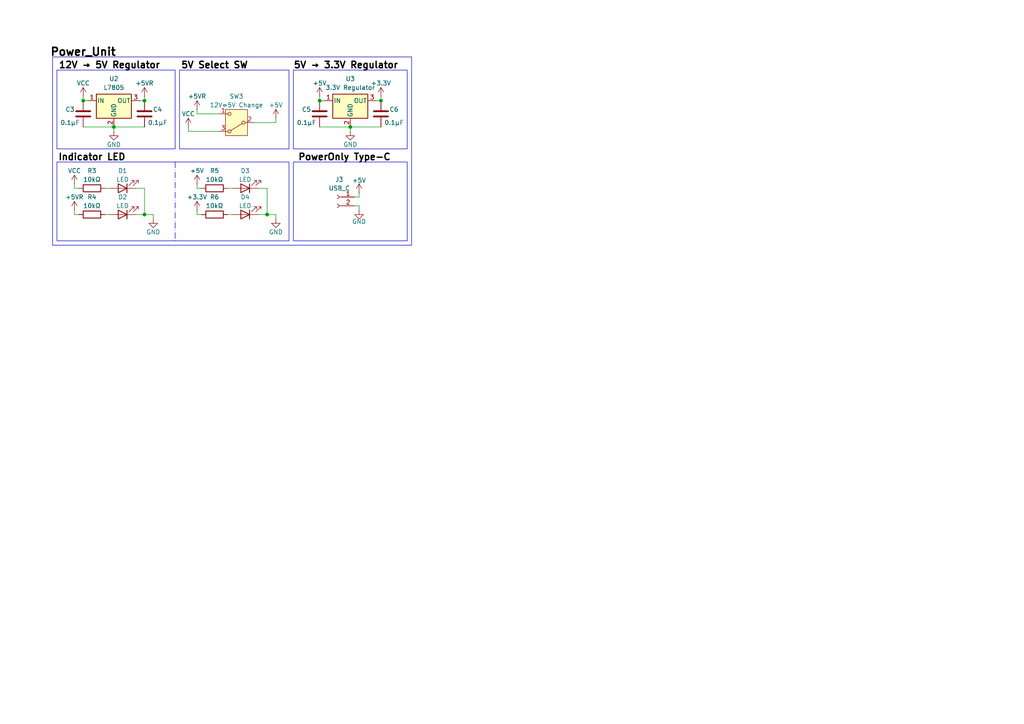
<source format=kicad_sch>
(kicad_sch
	(version 20250114)
	(generator "eeschema")
	(generator_version "9.0")
	(uuid "f6920ea4-bc25-496d-926a-99dbfa002348")
	(paper "A4")
	(lib_symbols
		(symbol "Connector:Conn_01x02_Socket"
			(pin_names
				(offset 1.016)
				(hide yes)
			)
			(exclude_from_sim no)
			(in_bom yes)
			(on_board yes)
			(property "Reference" "J"
				(at 0 2.54 0)
				(effects
					(font
						(size 1.27 1.27)
					)
				)
			)
			(property "Value" "Conn_01x02_Socket"
				(at 0 -5.08 0)
				(effects
					(font
						(size 1.27 1.27)
					)
				)
			)
			(property "Footprint" ""
				(at 0 0 0)
				(effects
					(font
						(size 1.27 1.27)
					)
					(hide yes)
				)
			)
			(property "Datasheet" "~"
				(at 0 0 0)
				(effects
					(font
						(size 1.27 1.27)
					)
					(hide yes)
				)
			)
			(property "Description" "Generic connector, single row, 01x02, script generated"
				(at 0 0 0)
				(effects
					(font
						(size 1.27 1.27)
					)
					(hide yes)
				)
			)
			(property "ki_locked" ""
				(at 0 0 0)
				(effects
					(font
						(size 1.27 1.27)
					)
				)
			)
			(property "ki_keywords" "connector"
				(at 0 0 0)
				(effects
					(font
						(size 1.27 1.27)
					)
					(hide yes)
				)
			)
			(property "ki_fp_filters" "Connector*:*_1x??_*"
				(at 0 0 0)
				(effects
					(font
						(size 1.27 1.27)
					)
					(hide yes)
				)
			)
			(symbol "Conn_01x02_Socket_1_1"
				(polyline
					(pts
						(xy -1.27 0) (xy -0.508 0)
					)
					(stroke
						(width 0.1524)
						(type default)
					)
					(fill
						(type none)
					)
				)
				(polyline
					(pts
						(xy -1.27 -2.54) (xy -0.508 -2.54)
					)
					(stroke
						(width 0.1524)
						(type default)
					)
					(fill
						(type none)
					)
				)
				(arc
					(start 0 -0.508)
					(mid -0.5058 0)
					(end 0 0.508)
					(stroke
						(width 0.1524)
						(type default)
					)
					(fill
						(type none)
					)
				)
				(arc
					(start 0 -3.048)
					(mid -0.5058 -2.54)
					(end 0 -2.032)
					(stroke
						(width 0.1524)
						(type default)
					)
					(fill
						(type none)
					)
				)
				(pin passive line
					(at -5.08 0 0)
					(length 3.81)
					(name "Pin_1"
						(effects
							(font
								(size 1.27 1.27)
							)
						)
					)
					(number "1"
						(effects
							(font
								(size 1.27 1.27)
							)
						)
					)
				)
				(pin passive line
					(at -5.08 -2.54 0)
					(length 3.81)
					(name "Pin_2"
						(effects
							(font
								(size 1.27 1.27)
							)
						)
					)
					(number "2"
						(effects
							(font
								(size 1.27 1.27)
							)
						)
					)
				)
			)
			(embedded_fonts no)
		)
		(symbol "Device:C"
			(pin_numbers
				(hide yes)
			)
			(pin_names
				(offset 0.254)
			)
			(exclude_from_sim no)
			(in_bom yes)
			(on_board yes)
			(property "Reference" "C"
				(at 0.635 2.54 0)
				(effects
					(font
						(size 1.27 1.27)
					)
					(justify left)
				)
			)
			(property "Value" "C"
				(at 0.635 -2.54 0)
				(effects
					(font
						(size 1.27 1.27)
					)
					(justify left)
				)
			)
			(property "Footprint" ""
				(at 0.9652 -3.81 0)
				(effects
					(font
						(size 1.27 1.27)
					)
					(hide yes)
				)
			)
			(property "Datasheet" "~"
				(at 0 0 0)
				(effects
					(font
						(size 1.27 1.27)
					)
					(hide yes)
				)
			)
			(property "Description" "Unpolarized capacitor"
				(at 0 0 0)
				(effects
					(font
						(size 1.27 1.27)
					)
					(hide yes)
				)
			)
			(property "ki_keywords" "cap capacitor"
				(at 0 0 0)
				(effects
					(font
						(size 1.27 1.27)
					)
					(hide yes)
				)
			)
			(property "ki_fp_filters" "C_*"
				(at 0 0 0)
				(effects
					(font
						(size 1.27 1.27)
					)
					(hide yes)
				)
			)
			(symbol "C_0_1"
				(polyline
					(pts
						(xy -2.032 0.762) (xy 2.032 0.762)
					)
					(stroke
						(width 0.508)
						(type default)
					)
					(fill
						(type none)
					)
				)
				(polyline
					(pts
						(xy -2.032 -0.762) (xy 2.032 -0.762)
					)
					(stroke
						(width 0.508)
						(type default)
					)
					(fill
						(type none)
					)
				)
			)
			(symbol "C_1_1"
				(pin passive line
					(at 0 3.81 270)
					(length 2.794)
					(name "~"
						(effects
							(font
								(size 1.27 1.27)
							)
						)
					)
					(number "1"
						(effects
							(font
								(size 1.27 1.27)
							)
						)
					)
				)
				(pin passive line
					(at 0 -3.81 90)
					(length 2.794)
					(name "~"
						(effects
							(font
								(size 1.27 1.27)
							)
						)
					)
					(number "2"
						(effects
							(font
								(size 1.27 1.27)
							)
						)
					)
				)
			)
			(embedded_fonts no)
		)
		(symbol "Device:LED"
			(pin_numbers
				(hide yes)
			)
			(pin_names
				(offset 1.016)
				(hide yes)
			)
			(exclude_from_sim no)
			(in_bom yes)
			(on_board yes)
			(property "Reference" "D"
				(at 0 2.54 0)
				(effects
					(font
						(size 1.27 1.27)
					)
				)
			)
			(property "Value" "LED"
				(at 0 -2.54 0)
				(effects
					(font
						(size 1.27 1.27)
					)
				)
			)
			(property "Footprint" ""
				(at 0 0 0)
				(effects
					(font
						(size 1.27 1.27)
					)
					(hide yes)
				)
			)
			(property "Datasheet" "~"
				(at 0 0 0)
				(effects
					(font
						(size 1.27 1.27)
					)
					(hide yes)
				)
			)
			(property "Description" "Light emitting diode"
				(at 0 0 0)
				(effects
					(font
						(size 1.27 1.27)
					)
					(hide yes)
				)
			)
			(property "Sim.Pins" "1=K 2=A"
				(at 0 0 0)
				(effects
					(font
						(size 1.27 1.27)
					)
					(hide yes)
				)
			)
			(property "ki_keywords" "LED diode"
				(at 0 0 0)
				(effects
					(font
						(size 1.27 1.27)
					)
					(hide yes)
				)
			)
			(property "ki_fp_filters" "LED* LED_SMD:* LED_THT:*"
				(at 0 0 0)
				(effects
					(font
						(size 1.27 1.27)
					)
					(hide yes)
				)
			)
			(symbol "LED_0_1"
				(polyline
					(pts
						(xy -3.048 -0.762) (xy -4.572 -2.286) (xy -3.81 -2.286) (xy -4.572 -2.286) (xy -4.572 -1.524)
					)
					(stroke
						(width 0)
						(type default)
					)
					(fill
						(type none)
					)
				)
				(polyline
					(pts
						(xy -1.778 -0.762) (xy -3.302 -2.286) (xy -2.54 -2.286) (xy -3.302 -2.286) (xy -3.302 -1.524)
					)
					(stroke
						(width 0)
						(type default)
					)
					(fill
						(type none)
					)
				)
				(polyline
					(pts
						(xy -1.27 0) (xy 1.27 0)
					)
					(stroke
						(width 0)
						(type default)
					)
					(fill
						(type none)
					)
				)
				(polyline
					(pts
						(xy -1.27 -1.27) (xy -1.27 1.27)
					)
					(stroke
						(width 0.254)
						(type default)
					)
					(fill
						(type none)
					)
				)
				(polyline
					(pts
						(xy 1.27 -1.27) (xy 1.27 1.27) (xy -1.27 0) (xy 1.27 -1.27)
					)
					(stroke
						(width 0.254)
						(type default)
					)
					(fill
						(type none)
					)
				)
			)
			(symbol "LED_1_1"
				(pin passive line
					(at -3.81 0 0)
					(length 2.54)
					(name "K"
						(effects
							(font
								(size 1.27 1.27)
							)
						)
					)
					(number "1"
						(effects
							(font
								(size 1.27 1.27)
							)
						)
					)
				)
				(pin passive line
					(at 3.81 0 180)
					(length 2.54)
					(name "A"
						(effects
							(font
								(size 1.27 1.27)
							)
						)
					)
					(number "2"
						(effects
							(font
								(size 1.27 1.27)
							)
						)
					)
				)
			)
			(embedded_fonts no)
		)
		(symbol "Device:R"
			(pin_numbers
				(hide yes)
			)
			(pin_names
				(offset 0)
			)
			(exclude_from_sim no)
			(in_bom yes)
			(on_board yes)
			(property "Reference" "R"
				(at 2.032 0 90)
				(effects
					(font
						(size 1.27 1.27)
					)
				)
			)
			(property "Value" "R"
				(at 0 0 90)
				(effects
					(font
						(size 1.27 1.27)
					)
				)
			)
			(property "Footprint" ""
				(at -1.778 0 90)
				(effects
					(font
						(size 1.27 1.27)
					)
					(hide yes)
				)
			)
			(property "Datasheet" "~"
				(at 0 0 0)
				(effects
					(font
						(size 1.27 1.27)
					)
					(hide yes)
				)
			)
			(property "Description" "Resistor"
				(at 0 0 0)
				(effects
					(font
						(size 1.27 1.27)
					)
					(hide yes)
				)
			)
			(property "ki_keywords" "R res resistor"
				(at 0 0 0)
				(effects
					(font
						(size 1.27 1.27)
					)
					(hide yes)
				)
			)
			(property "ki_fp_filters" "R_*"
				(at 0 0 0)
				(effects
					(font
						(size 1.27 1.27)
					)
					(hide yes)
				)
			)
			(symbol "R_0_1"
				(rectangle
					(start -1.016 -2.54)
					(end 1.016 2.54)
					(stroke
						(width 0.254)
						(type default)
					)
					(fill
						(type none)
					)
				)
			)
			(symbol "R_1_1"
				(pin passive line
					(at 0 3.81 270)
					(length 1.27)
					(name "~"
						(effects
							(font
								(size 1.27 1.27)
							)
						)
					)
					(number "1"
						(effects
							(font
								(size 1.27 1.27)
							)
						)
					)
				)
				(pin passive line
					(at 0 -3.81 90)
					(length 1.27)
					(name "~"
						(effects
							(font
								(size 1.27 1.27)
							)
						)
					)
					(number "2"
						(effects
							(font
								(size 1.27 1.27)
							)
						)
					)
				)
			)
			(embedded_fonts no)
		)
		(symbol "Regulator_Linear:L7805"
			(pin_names
				(offset 0.254)
			)
			(exclude_from_sim no)
			(in_bom yes)
			(on_board yes)
			(property "Reference" "U"
				(at -3.81 3.175 0)
				(effects
					(font
						(size 1.27 1.27)
					)
				)
			)
			(property "Value" "L7805"
				(at 0 3.175 0)
				(effects
					(font
						(size 1.27 1.27)
					)
					(justify left)
				)
			)
			(property "Footprint" ""
				(at 0.635 -3.81 0)
				(effects
					(font
						(size 1.27 1.27)
						(italic yes)
					)
					(justify left)
					(hide yes)
				)
			)
			(property "Datasheet" "http://www.st.com/content/ccc/resource/technical/document/datasheet/41/4f/b3/b0/12/d4/47/88/CD00000444.pdf/files/CD00000444.pdf/jcr:content/translations/en.CD00000444.pdf"
				(at 0 -1.27 0)
				(effects
					(font
						(size 1.27 1.27)
					)
					(hide yes)
				)
			)
			(property "Description" "Positive 1.5A 35V Linear Regulator, Fixed Output 5V, TO-220/TO-263/TO-252"
				(at 0 0 0)
				(effects
					(font
						(size 1.27 1.27)
					)
					(hide yes)
				)
			)
			(property "ki_keywords" "Voltage Regulator 1.5A Positive"
				(at 0 0 0)
				(effects
					(font
						(size 1.27 1.27)
					)
					(hide yes)
				)
			)
			(property "ki_fp_filters" "TO?252* TO?263* TO?220*"
				(at 0 0 0)
				(effects
					(font
						(size 1.27 1.27)
					)
					(hide yes)
				)
			)
			(symbol "L7805_0_1"
				(rectangle
					(start -5.08 1.905)
					(end 5.08 -5.08)
					(stroke
						(width 0.254)
						(type default)
					)
					(fill
						(type background)
					)
				)
			)
			(symbol "L7805_1_1"
				(pin power_in line
					(at -7.62 0 0)
					(length 2.54)
					(name "IN"
						(effects
							(font
								(size 1.27 1.27)
							)
						)
					)
					(number "1"
						(effects
							(font
								(size 1.27 1.27)
							)
						)
					)
				)
				(pin power_in line
					(at 0 -7.62 90)
					(length 2.54)
					(name "GND"
						(effects
							(font
								(size 1.27 1.27)
							)
						)
					)
					(number "2"
						(effects
							(font
								(size 1.27 1.27)
							)
						)
					)
				)
				(pin power_out line
					(at 7.62 0 180)
					(length 2.54)
					(name "OUT"
						(effects
							(font
								(size 1.27 1.27)
							)
						)
					)
					(number "3"
						(effects
							(font
								(size 1.27 1.27)
							)
						)
					)
				)
			)
			(embedded_fonts no)
		)
		(symbol "Switch:SW_Nidec_CAS-120A1"
			(pin_names
				(offset 1)
				(hide yes)
			)
			(exclude_from_sim no)
			(in_bom yes)
			(on_board yes)
			(property "Reference" "SW"
				(at 0 4.318 0)
				(effects
					(font
						(size 1.27 1.27)
					)
				)
			)
			(property "Value" "SW_Nidec_CAS-120A1"
				(at 0 -5.08 0)
				(effects
					(font
						(size 1.27 1.27)
					)
				)
			)
			(property "Footprint" "Button_Switch_SMD:Nidec_Copal_CAS-120A"
				(at 0 -10.16 0)
				(effects
					(font
						(size 1.27 1.27)
					)
					(hide yes)
				)
			)
			(property "Datasheet" "https://www.nidec-components.com/e/catalog/switch/cas.pdf"
				(at 0 -7.62 0)
				(effects
					(font
						(size 1.27 1.27)
					)
					(hide yes)
				)
			)
			(property "Description" "Switch, single pole double throw"
				(at 0 0 0)
				(effects
					(font
						(size 1.27 1.27)
					)
					(hide yes)
				)
			)
			(property "ki_keywords" "switch single-pole double-throw spdt ON-ON"
				(at 0 0 0)
				(effects
					(font
						(size 1.27 1.27)
					)
					(hide yes)
				)
			)
			(property "ki_fp_filters" "*Nidec?Copal?CAS?120A*"
				(at 0 0 0)
				(effects
					(font
						(size 1.27 1.27)
					)
					(hide yes)
				)
			)
			(symbol "SW_Nidec_CAS-120A1_0_1"
				(circle
					(center -2.032 0)
					(radius 0.4572)
					(stroke
						(width 0)
						(type default)
					)
					(fill
						(type none)
					)
				)
				(polyline
					(pts
						(xy -1.651 0.254) (xy 1.651 2.286)
					)
					(stroke
						(width 0)
						(type default)
					)
					(fill
						(type none)
					)
				)
				(circle
					(center 2.032 2.54)
					(radius 0.4572)
					(stroke
						(width 0)
						(type default)
					)
					(fill
						(type none)
					)
				)
				(circle
					(center 2.032 -2.54)
					(radius 0.4572)
					(stroke
						(width 0)
						(type default)
					)
					(fill
						(type none)
					)
				)
			)
			(symbol "SW_Nidec_CAS-120A1_1_1"
				(rectangle
					(start -3.175 3.81)
					(end 3.175 -3.81)
					(stroke
						(width 0)
						(type default)
					)
					(fill
						(type background)
					)
				)
				(pin passive line
					(at -5.08 0 0)
					(length 2.54)
					(name "B"
						(effects
							(font
								(size 1.27 1.27)
							)
						)
					)
					(number "2"
						(effects
							(font
								(size 1.27 1.27)
							)
						)
					)
				)
				(pin passive line
					(at 5.08 2.54 180)
					(length 2.54)
					(name "A"
						(effects
							(font
								(size 1.27 1.27)
							)
						)
					)
					(number "3"
						(effects
							(font
								(size 1.27 1.27)
							)
						)
					)
				)
				(pin passive line
					(at 5.08 -2.54 180)
					(length 2.54)
					(name "C"
						(effects
							(font
								(size 1.27 1.27)
							)
						)
					)
					(number "1"
						(effects
							(font
								(size 1.27 1.27)
							)
						)
					)
				)
			)
			(embedded_fonts no)
		)
		(symbol "power:+5V"
			(power)
			(pin_numbers
				(hide yes)
			)
			(pin_names
				(offset 0)
				(hide yes)
			)
			(exclude_from_sim no)
			(in_bom yes)
			(on_board yes)
			(property "Reference" "#PWR"
				(at 0 -3.81 0)
				(effects
					(font
						(size 1.27 1.27)
					)
					(hide yes)
				)
			)
			(property "Value" "+5V"
				(at 0 3.556 0)
				(effects
					(font
						(size 1.27 1.27)
					)
				)
			)
			(property "Footprint" ""
				(at 0 0 0)
				(effects
					(font
						(size 1.27 1.27)
					)
					(hide yes)
				)
			)
			(property "Datasheet" ""
				(at 0 0 0)
				(effects
					(font
						(size 1.27 1.27)
					)
					(hide yes)
				)
			)
			(property "Description" "Power symbol creates a global label with name \"+5V\""
				(at 0 0 0)
				(effects
					(font
						(size 1.27 1.27)
					)
					(hide yes)
				)
			)
			(property "ki_keywords" "global power"
				(at 0 0 0)
				(effects
					(font
						(size 1.27 1.27)
					)
					(hide yes)
				)
			)
			(symbol "+5V_0_1"
				(polyline
					(pts
						(xy -0.762 1.27) (xy 0 2.54)
					)
					(stroke
						(width 0)
						(type default)
					)
					(fill
						(type none)
					)
				)
				(polyline
					(pts
						(xy 0 2.54) (xy 0.762 1.27)
					)
					(stroke
						(width 0)
						(type default)
					)
					(fill
						(type none)
					)
				)
				(polyline
					(pts
						(xy 0 0) (xy 0 2.54)
					)
					(stroke
						(width 0)
						(type default)
					)
					(fill
						(type none)
					)
				)
			)
			(symbol "+5V_1_1"
				(pin power_in line
					(at 0 0 90)
					(length 0)
					(name "~"
						(effects
							(font
								(size 1.27 1.27)
							)
						)
					)
					(number "1"
						(effects
							(font
								(size 1.27 1.27)
							)
						)
					)
				)
			)
			(embedded_fonts no)
		)
		(symbol "power:GND"
			(power)
			(pin_numbers
				(hide yes)
			)
			(pin_names
				(offset 0)
				(hide yes)
			)
			(exclude_from_sim no)
			(in_bom yes)
			(on_board yes)
			(property "Reference" "#PWR"
				(at 0 -6.35 0)
				(effects
					(font
						(size 1.27 1.27)
					)
					(hide yes)
				)
			)
			(property "Value" "GND"
				(at 0 -3.81 0)
				(effects
					(font
						(size 1.27 1.27)
					)
				)
			)
			(property "Footprint" ""
				(at 0 0 0)
				(effects
					(font
						(size 1.27 1.27)
					)
					(hide yes)
				)
			)
			(property "Datasheet" ""
				(at 0 0 0)
				(effects
					(font
						(size 1.27 1.27)
					)
					(hide yes)
				)
			)
			(property "Description" "Power symbol creates a global label with name \"GND\" , ground"
				(at 0 0 0)
				(effects
					(font
						(size 1.27 1.27)
					)
					(hide yes)
				)
			)
			(property "ki_keywords" "global power"
				(at 0 0 0)
				(effects
					(font
						(size 1.27 1.27)
					)
					(hide yes)
				)
			)
			(symbol "GND_0_1"
				(polyline
					(pts
						(xy 0 0) (xy 0 -1.27) (xy 1.27 -1.27) (xy 0 -2.54) (xy -1.27 -1.27) (xy 0 -1.27)
					)
					(stroke
						(width 0)
						(type default)
					)
					(fill
						(type none)
					)
				)
			)
			(symbol "GND_1_1"
				(pin power_in line
					(at 0 0 270)
					(length 0)
					(name "~"
						(effects
							(font
								(size 1.27 1.27)
							)
						)
					)
					(number "1"
						(effects
							(font
								(size 1.27 1.27)
							)
						)
					)
				)
			)
			(embedded_fonts no)
		)
		(symbol "power:VCC"
			(power)
			(pin_numbers
				(hide yes)
			)
			(pin_names
				(offset 0)
				(hide yes)
			)
			(exclude_from_sim no)
			(in_bom yes)
			(on_board yes)
			(property "Reference" "#PWR"
				(at 0 -3.81 0)
				(effects
					(font
						(size 1.27 1.27)
					)
					(hide yes)
				)
			)
			(property "Value" "VCC"
				(at 0 3.556 0)
				(effects
					(font
						(size 1.27 1.27)
					)
				)
			)
			(property "Footprint" ""
				(at 0 0 0)
				(effects
					(font
						(size 1.27 1.27)
					)
					(hide yes)
				)
			)
			(property "Datasheet" ""
				(at 0 0 0)
				(effects
					(font
						(size 1.27 1.27)
					)
					(hide yes)
				)
			)
			(property "Description" "Power symbol creates a global label with name \"VCC\""
				(at 0 0 0)
				(effects
					(font
						(size 1.27 1.27)
					)
					(hide yes)
				)
			)
			(property "ki_keywords" "global power"
				(at 0 0 0)
				(effects
					(font
						(size 1.27 1.27)
					)
					(hide yes)
				)
			)
			(symbol "VCC_0_1"
				(polyline
					(pts
						(xy -0.762 1.27) (xy 0 2.54)
					)
					(stroke
						(width 0)
						(type default)
					)
					(fill
						(type none)
					)
				)
				(polyline
					(pts
						(xy 0 2.54) (xy 0.762 1.27)
					)
					(stroke
						(width 0)
						(type default)
					)
					(fill
						(type none)
					)
				)
				(polyline
					(pts
						(xy 0 0) (xy 0 2.54)
					)
					(stroke
						(width 0)
						(type default)
					)
					(fill
						(type none)
					)
				)
			)
			(symbol "VCC_1_1"
				(pin power_in line
					(at 0 0 90)
					(length 0)
					(name "~"
						(effects
							(font
								(size 1.27 1.27)
							)
						)
					)
					(number "1"
						(effects
							(font
								(size 1.27 1.27)
							)
						)
					)
				)
			)
			(embedded_fonts no)
		)
	)
	(rectangle
		(start 16.51 46.99)
		(end 83.82 69.85)
		(stroke
			(width 0)
			(type default)
		)
		(fill
			(type none)
		)
		(uuid 0f6ad740-b664-470a-9f3d-9b7b4d44b1d4)
	)
	(rectangle
		(start 15.24 16.51)
		(end 119.38 71.12)
		(stroke
			(width 0)
			(type default)
		)
		(fill
			(type none)
		)
		(uuid 4a298f81-25a0-4bd9-94ce-e1b1e9a3167a)
	)
	(rectangle
		(start 52.07 20.32)
		(end 83.82 43.18)
		(stroke
			(width 0)
			(type default)
		)
		(fill
			(type none)
		)
		(uuid 56289022-aabf-4321-ac08-9c3a33d7b88f)
	)
	(rectangle
		(start 85.09 46.99)
		(end 118.11 69.85)
		(stroke
			(width 0)
			(type default)
		)
		(fill
			(type none)
		)
		(uuid 64dc9ab5-834f-4a8b-bec6-66aed69db1d5)
	)
	(rectangle
		(start 16.51 20.32)
		(end 50.8 43.18)
		(stroke
			(width 0)
			(type default)
		)
		(fill
			(type none)
		)
		(uuid 90f61566-4596-4fb3-bca2-f7083916a045)
	)
	(rectangle
		(start 85.09 20.32)
		(end 118.11 43.18)
		(stroke
			(width 0)
			(type default)
		)
		(fill
			(type none)
		)
		(uuid acd24fba-d616-4315-9fba-da86934817fd)
	)
	(text "Indicator LED"
		(exclude_from_sim no)
		(at 26.67 45.72 0)
		(effects
			(font
				(size 1.905 1.905)
				(thickness 0.381)
				(bold yes)
				(color 0 0 0 1)
			)
		)
		(uuid "1c70ceab-aa42-4cc2-a4a8-1db724edacd5")
	)
	(text "PowerOnly Type-C"
		(exclude_from_sim no)
		(at 86.36 45.72 0)
		(effects
			(font
				(size 1.905 1.905)
				(thickness 0.381)
				(bold yes)
				(color 0 0 0 1)
			)
			(justify left)
		)
		(uuid "1f488057-eba0-4647-9e38-21f92c2ad65f")
	)
	(text "5V Select SW"
		(exclude_from_sim no)
		(at 62.23 19.05 0)
		(effects
			(font
				(size 1.905 1.905)
				(thickness 0.381)
				(bold yes)
				(color 0 0 0 1)
			)
		)
		(uuid "3f74c9b6-0537-43d2-9dcb-f9cd5a29af8a")
	)
	(text "5V → 3.3V Regulator"
		(exclude_from_sim no)
		(at 100.33 19.05 0)
		(effects
			(font
				(size 1.905 1.905)
				(thickness 0.381)
				(bold yes)
				(color 0 0 0 1)
			)
		)
		(uuid "82ab9da4-3305-4575-b63f-e13724a345c1")
	)
	(text "12V → 5V Regulator"
		(exclude_from_sim no)
		(at 31.75 19.05 0)
		(effects
			(font
				(size 1.905 1.905)
				(thickness 0.381)
				(bold yes)
				(color 0 0 0 1)
			)
		)
		(uuid "d03b027f-6564-4178-b168-857936a980fb")
	)
	(text "Power_Unit"
		(exclude_from_sim no)
		(at 24.13 15.24 0)
		(effects
			(font
				(size 2.286 2.286)
				(thickness 0.4572)
				(bold yes)
				(color 0 0 0 1)
			)
		)
		(uuid "e5fd6018-1213-48e2-8ab1-73801a48ff27")
	)
	(junction
		(at 33.02 36.83)
		(diameter 0)
		(color 0 0 0 0)
		(uuid "094aec0c-ae49-4e9b-a8c0-6bf17f5181e0")
	)
	(junction
		(at 41.91 62.23)
		(diameter 0)
		(color 0 0 0 0)
		(uuid "1187a534-d31d-40ab-8fb1-0cf892025ff8")
	)
	(junction
		(at 92.71 29.21)
		(diameter 0)
		(color 0 0 0 0)
		(uuid "3149d2d0-bf8d-48af-aabf-e5b4ae88bde4")
	)
	(junction
		(at 77.47 62.23)
		(diameter 0)
		(color 0 0 0 0)
		(uuid "36d07ecd-b6db-4dfa-a169-b002091ee6cf")
	)
	(junction
		(at 41.91 29.21)
		(diameter 0)
		(color 0 0 0 0)
		(uuid "acaa3a70-f93b-4c04-bd3a-9eb09de85dc7")
	)
	(junction
		(at 110.49 29.21)
		(diameter 0)
		(color 0 0 0 0)
		(uuid "c0908ace-2379-49b2-9d1b-06c8aa762f5a")
	)
	(junction
		(at 24.13 29.21)
		(diameter 0)
		(color 0 0 0 0)
		(uuid "cbcfef5f-92bc-4d49-b569-dd58c52ea7a6")
	)
	(junction
		(at 101.6 36.83)
		(diameter 0)
		(color 0 0 0 0)
		(uuid "ded8d421-436e-4a65-bbe8-107d9066600f")
	)
	(wire
		(pts
			(xy 33.02 36.83) (xy 41.91 36.83)
		)
		(stroke
			(width 0)
			(type default)
		)
		(uuid "074674cd-a6d7-4609-94cc-9f3564034a7d")
	)
	(wire
		(pts
			(xy 74.93 54.61) (xy 77.47 54.61)
		)
		(stroke
			(width 0)
			(type default)
		)
		(uuid "0c2edf49-bd77-45e5-bc67-e25998bdf838")
	)
	(wire
		(pts
			(xy 24.13 27.94) (xy 24.13 29.21)
		)
		(stroke
			(width 0)
			(type default)
		)
		(uuid "1a520567-f239-466a-bdce-cf7a2027d906")
	)
	(wire
		(pts
			(xy 57.15 54.61) (xy 58.42 54.61)
		)
		(stroke
			(width 0)
			(type default)
		)
		(uuid "255dd786-89ad-4613-a25e-876a91581ba1")
	)
	(wire
		(pts
			(xy 41.91 54.61) (xy 41.91 62.23)
		)
		(stroke
			(width 0)
			(type default)
		)
		(uuid "2806dd82-fe6d-4480-9428-5ec51305901c")
	)
	(wire
		(pts
			(xy 30.48 62.23) (xy 31.75 62.23)
		)
		(stroke
			(width 0)
			(type default)
		)
		(uuid "2aa51a2c-de75-4056-b40d-1d74fb533260")
	)
	(wire
		(pts
			(xy 92.71 27.94) (xy 92.71 29.21)
		)
		(stroke
			(width 0)
			(type default)
		)
		(uuid "37b9da59-c858-4d3a-9b56-9abe0fc98b8e")
	)
	(wire
		(pts
			(xy 57.15 33.02) (xy 57.15 31.75)
		)
		(stroke
			(width 0)
			(type default)
		)
		(uuid "3899edf2-5622-4b80-ac15-b28685cb3203")
	)
	(wire
		(pts
			(xy 104.14 55.88) (xy 104.14 57.15)
		)
		(stroke
			(width 0)
			(type default)
		)
		(uuid "3993d1d1-be0b-4b8a-9164-f5121824d699")
	)
	(wire
		(pts
			(xy 41.91 29.21) (xy 40.64 29.21)
		)
		(stroke
			(width 0)
			(type default)
		)
		(uuid "39bdd202-5424-4301-aecc-01bca1565ed6")
	)
	(wire
		(pts
			(xy 104.14 59.69) (xy 102.87 59.69)
		)
		(stroke
			(width 0)
			(type default)
		)
		(uuid "3afc83ee-d190-42b5-8c25-5bddcd059ab6")
	)
	(wire
		(pts
			(xy 104.14 57.15) (xy 102.87 57.15)
		)
		(stroke
			(width 0)
			(type default)
		)
		(uuid "4d703c06-8d60-4c31-869d-58565db7f194")
	)
	(wire
		(pts
			(xy 24.13 36.83) (xy 33.02 36.83)
		)
		(stroke
			(width 0)
			(type default)
		)
		(uuid "52f1e850-e027-4708-b9a3-0f17fbc0145c")
	)
	(wire
		(pts
			(xy 21.59 54.61) (xy 22.86 54.61)
		)
		(stroke
			(width 0)
			(type default)
		)
		(uuid "54194244-699d-4fa7-9b53-dacf3b469d95")
	)
	(wire
		(pts
			(xy 104.14 60.96) (xy 104.14 59.69)
		)
		(stroke
			(width 0)
			(type default)
		)
		(uuid "56949aeb-216d-45d1-af2d-4c4fd7f35932")
	)
	(wire
		(pts
			(xy 21.59 53.34) (xy 21.59 54.61)
		)
		(stroke
			(width 0)
			(type default)
		)
		(uuid "5d35892a-9ff7-4ac6-9f80-1118bdfafab0")
	)
	(wire
		(pts
			(xy 21.59 62.23) (xy 22.86 62.23)
		)
		(stroke
			(width 0)
			(type default)
		)
		(uuid "6aa8a267-a50d-4c25-9e2a-162b20750d33")
	)
	(wire
		(pts
			(xy 92.71 29.21) (xy 93.98 29.21)
		)
		(stroke
			(width 0)
			(type default)
		)
		(uuid "6e385a9d-cf57-44f7-9b80-9ab5b090c01b")
	)
	(wire
		(pts
			(xy 41.91 62.23) (xy 39.37 62.23)
		)
		(stroke
			(width 0)
			(type default)
		)
		(uuid "71b87bc6-3328-4cfb-a8c3-e332689a44d6")
	)
	(wire
		(pts
			(xy 54.61 36.83) (xy 54.61 38.1)
		)
		(stroke
			(width 0)
			(type default)
		)
		(uuid "777a0c4c-72ae-41a1-b965-24b313a75810")
	)
	(wire
		(pts
			(xy 57.15 60.96) (xy 57.15 62.23)
		)
		(stroke
			(width 0)
			(type default)
		)
		(uuid "7a33f4a1-2e85-46e8-a8ed-7ea26b305cf3")
	)
	(wire
		(pts
			(xy 110.49 27.94) (xy 110.49 29.21)
		)
		(stroke
			(width 0)
			(type default)
		)
		(uuid "7edfbc47-3131-4d7a-9c7c-b6d0b1a844e4")
	)
	(wire
		(pts
			(xy 21.59 60.96) (xy 21.59 62.23)
		)
		(stroke
			(width 0)
			(type default)
		)
		(uuid "7ee17d08-476a-491b-9336-b305895f28fe")
	)
	(wire
		(pts
			(xy 101.6 36.83) (xy 101.6 38.1)
		)
		(stroke
			(width 0)
			(type default)
		)
		(uuid "937ab90d-5e87-4463-aa73-8d1ae2fe2028")
	)
	(wire
		(pts
			(xy 41.91 27.94) (xy 41.91 29.21)
		)
		(stroke
			(width 0)
			(type default)
		)
		(uuid "93c69227-1065-44a8-b75a-652b72e55913")
	)
	(wire
		(pts
			(xy 24.13 29.21) (xy 25.4 29.21)
		)
		(stroke
			(width 0)
			(type default)
		)
		(uuid "94961752-1ed3-4bcd-9bea-4ea8d75f0434")
	)
	(wire
		(pts
			(xy 30.48 54.61) (xy 31.75 54.61)
		)
		(stroke
			(width 0)
			(type default)
		)
		(uuid "a39cdf9d-ab21-4ad4-a399-6076aba7dc38")
	)
	(wire
		(pts
			(xy 77.47 54.61) (xy 77.47 62.23)
		)
		(stroke
			(width 0)
			(type default)
		)
		(uuid "a4e6b565-a6d6-4a4c-bbbe-b01ee1e84395")
	)
	(wire
		(pts
			(xy 44.45 62.23) (xy 44.45 63.5)
		)
		(stroke
			(width 0)
			(type default)
		)
		(uuid "a6de0e77-dbe7-4491-86ff-4dc77ad350ad")
	)
	(wire
		(pts
			(xy 66.04 54.61) (xy 67.31 54.61)
		)
		(stroke
			(width 0)
			(type default)
		)
		(uuid "a9ac1cf0-41fc-4b55-bb8a-aee10b43f055")
	)
	(wire
		(pts
			(xy 57.15 53.34) (xy 57.15 54.61)
		)
		(stroke
			(width 0)
			(type default)
		)
		(uuid "afbc8d6e-bdcb-4872-a2dc-4c110c8737bf")
	)
	(wire
		(pts
			(xy 80.01 35.56) (xy 73.66 35.56)
		)
		(stroke
			(width 0)
			(type default)
		)
		(uuid "b479eafb-6a13-47b5-b346-ba077d805851")
	)
	(wire
		(pts
			(xy 77.47 62.23) (xy 74.93 62.23)
		)
		(stroke
			(width 0)
			(type default)
		)
		(uuid "b76016e6-9544-471a-aecf-b04a5bd12ad3")
	)
	(wire
		(pts
			(xy 66.04 62.23) (xy 67.31 62.23)
		)
		(stroke
			(width 0)
			(type default)
		)
		(uuid "c27545a3-a558-47c0-989d-ec9e5d595eae")
	)
	(wire
		(pts
			(xy 110.49 29.21) (xy 109.22 29.21)
		)
		(stroke
			(width 0)
			(type default)
		)
		(uuid "c42e8ced-8956-40a7-a3a9-5549426b3cf4")
	)
	(wire
		(pts
			(xy 77.47 62.23) (xy 80.01 62.23)
		)
		(stroke
			(width 0)
			(type default)
		)
		(uuid "c8d3d9a8-f03a-4324-ba3a-8c31ac2a8cce")
	)
	(wire
		(pts
			(xy 57.15 62.23) (xy 58.42 62.23)
		)
		(stroke
			(width 0)
			(type default)
		)
		(uuid "cf2f3f11-c714-41d3-9699-3009d1db98dc")
	)
	(wire
		(pts
			(xy 54.61 38.1) (xy 63.5 38.1)
		)
		(stroke
			(width 0)
			(type default)
		)
		(uuid "d908b66a-f14f-4731-804b-472071acd6b1")
	)
	(wire
		(pts
			(xy 57.15 33.02) (xy 63.5 33.02)
		)
		(stroke
			(width 0)
			(type default)
		)
		(uuid "e25601f7-2441-40e4-8b55-9304ddfbf1ef")
	)
	(wire
		(pts
			(xy 92.71 36.83) (xy 101.6 36.83)
		)
		(stroke
			(width 0)
			(type default)
		)
		(uuid "e71079ea-084b-47f1-a689-4144e7ccfa6d")
	)
	(wire
		(pts
			(xy 33.02 36.83) (xy 33.02 38.1)
		)
		(stroke
			(width 0)
			(type default)
		)
		(uuid "e883e908-55be-4b83-a20b-dea06cdcc603")
	)
	(wire
		(pts
			(xy 39.37 54.61) (xy 41.91 54.61)
		)
		(stroke
			(width 0)
			(type default)
		)
		(uuid "ef4ba4f2-be6d-49ce-84de-9742fe52518a")
	)
	(wire
		(pts
			(xy 101.6 36.83) (xy 110.49 36.83)
		)
		(stroke
			(width 0)
			(type default)
		)
		(uuid "f0024589-f46d-4d9b-9478-a0345c5d2a0c")
	)
	(wire
		(pts
			(xy 80.01 62.23) (xy 80.01 63.5)
		)
		(stroke
			(width 0)
			(type default)
		)
		(uuid "f4338aa2-f209-4097-a83c-148cc088a743")
	)
	(polyline
		(pts
			(xy 50.8 46.99) (xy 50.8 69.85)
		)
		(stroke
			(width 0)
			(type dash_dot)
		)
		(uuid "f75966bb-2609-49ae-b746-2b7defe2620e")
	)
	(wire
		(pts
			(xy 80.01 34.29) (xy 80.01 35.56)
		)
		(stroke
			(width 0)
			(type default)
		)
		(uuid "fba48d36-ba91-4a0d-86b3-bd7c7e11ab98")
	)
	(wire
		(pts
			(xy 41.91 62.23) (xy 44.45 62.23)
		)
		(stroke
			(width 0)
			(type default)
		)
		(uuid "fd53af33-daef-46b7-832e-c8f2d3d23d6d")
	)
	(symbol
		(lib_id "power:VCC")
		(at 92.71 27.94 0)
		(unit 1)
		(exclude_from_sim no)
		(in_bom yes)
		(on_board yes)
		(dnp no)
		(uuid "08fe9a37-dd80-4503-bd48-319e65595d99")
		(property "Reference" "#PWR025"
			(at 92.71 31.75 0)
			(effects
				(font
					(size 1.27 1.27)
				)
				(hide yes)
			)
		)
		(property "Value" "+5V"
			(at 92.71 24.13 0)
			(effects
				(font
					(size 1.27 1.27)
				)
			)
		)
		(property "Footprint" ""
			(at 92.71 27.94 0)
			(effects
				(font
					(size 1.27 1.27)
				)
				(hide yes)
			)
		)
		(property "Datasheet" ""
			(at 92.71 27.94 0)
			(effects
				(font
					(size 1.27 1.27)
				)
				(hide yes)
			)
		)
		(property "Description" "Power symbol creates a global label with name \"VCC\""
			(at 92.71 27.94 0)
			(effects
				(font
					(size 1.27 1.27)
				)
				(hide yes)
			)
		)
		(pin "1"
			(uuid "3aa48c4b-52c2-419f-a6eb-7fe15aa08f3f")
		)
		(instances
			(project "SensorBoard_ver2.0"
				(path "/48207ddc-a67e-4dc5-8222-aef69eda58f7/2716c537-b327-448f-a1c8-7a9a7cf93644"
					(reference "#PWR025")
					(unit 1)
				)
			)
		)
	)
	(symbol
		(lib_id "power:GND")
		(at 44.45 63.5 0)
		(unit 1)
		(exclude_from_sim no)
		(in_bom yes)
		(on_board yes)
		(dnp no)
		(uuid "121187ac-5767-4372-b553-3828b92a91c9")
		(property "Reference" "#PWR018"
			(at 44.45 69.85 0)
			(effects
				(font
					(size 1.27 1.27)
				)
				(hide yes)
			)
		)
		(property "Value" "GND"
			(at 44.45 67.31 0)
			(effects
				(font
					(size 1.27 1.27)
				)
			)
		)
		(property "Footprint" ""
			(at 44.45 63.5 0)
			(effects
				(font
					(size 1.27 1.27)
				)
				(hide yes)
			)
		)
		(property "Datasheet" ""
			(at 44.45 63.5 0)
			(effects
				(font
					(size 1.27 1.27)
				)
				(hide yes)
			)
		)
		(property "Description" "Power symbol creates a global label with name \"GND\" , ground"
			(at 44.45 63.5 0)
			(effects
				(font
					(size 1.27 1.27)
				)
				(hide yes)
			)
		)
		(pin "1"
			(uuid "7894a4e6-4ae2-4046-a40a-3b170b5498c6")
		)
		(instances
			(project "SensorBoard_ver2.0"
				(path "/48207ddc-a67e-4dc5-8222-aef69eda58f7/2716c537-b327-448f-a1c8-7a9a7cf93644"
					(reference "#PWR018")
					(unit 1)
				)
			)
		)
	)
	(symbol
		(lib_id "power:VCC")
		(at 57.15 60.96 0)
		(unit 1)
		(exclude_from_sim no)
		(in_bom yes)
		(on_board yes)
		(dnp no)
		(uuid "1f0b08f7-23b7-4679-a156-c2b4e20ee2b1")
		(property "Reference" "#PWR022"
			(at 57.15 64.77 0)
			(effects
				(font
					(size 1.27 1.27)
				)
				(hide yes)
			)
		)
		(property "Value" "+3.3V"
			(at 57.15 57.15 0)
			(effects
				(font
					(size 1.27 1.27)
				)
			)
		)
		(property "Footprint" ""
			(at 57.15 60.96 0)
			(effects
				(font
					(size 1.27 1.27)
				)
				(hide yes)
			)
		)
		(property "Datasheet" ""
			(at 57.15 60.96 0)
			(effects
				(font
					(size 1.27 1.27)
				)
				(hide yes)
			)
		)
		(property "Description" "Power symbol creates a global label with name \"VCC\""
			(at 57.15 60.96 0)
			(effects
				(font
					(size 1.27 1.27)
				)
				(hide yes)
			)
		)
		(pin "1"
			(uuid "d9466650-f4be-4096-80c5-8c2ecbed2efe")
		)
		(instances
			(project "SensorBoard_ver2.0"
				(path "/48207ddc-a67e-4dc5-8222-aef69eda58f7/2716c537-b327-448f-a1c8-7a9a7cf93644"
					(reference "#PWR022")
					(unit 1)
				)
			)
		)
	)
	(symbol
		(lib_id "power:+5V")
		(at 110.49 27.94 0)
		(unit 1)
		(exclude_from_sim no)
		(in_bom yes)
		(on_board yes)
		(dnp no)
		(uuid "2934a3ea-4a57-4506-b4eb-0c79e5206efb")
		(property "Reference" "#PWR029"
			(at 110.49 31.75 0)
			(effects
				(font
					(size 1.27 1.27)
				)
				(hide yes)
			)
		)
		(property "Value" "+3.3V"
			(at 110.49 24.13 0)
			(effects
				(font
					(size 1.27 1.27)
				)
			)
		)
		(property "Footprint" ""
			(at 110.49 27.94 0)
			(effects
				(font
					(size 1.27 1.27)
				)
				(hide yes)
			)
		)
		(property "Datasheet" ""
			(at 110.49 27.94 0)
			(effects
				(font
					(size 1.27 1.27)
				)
				(hide yes)
			)
		)
		(property "Description" "Power symbol creates a global label with name \"+5V\""
			(at 110.49 27.94 0)
			(effects
				(font
					(size 1.27 1.27)
				)
				(hide yes)
			)
		)
		(pin "1"
			(uuid "26f22dba-f1fd-4cd9-b0a2-7004ab0572cb")
		)
		(instances
			(project "SensorBoard_ver2.0"
				(path "/48207ddc-a67e-4dc5-8222-aef69eda58f7/2716c537-b327-448f-a1c8-7a9a7cf93644"
					(reference "#PWR029")
					(unit 1)
				)
			)
		)
	)
	(symbol
		(lib_id "Device:C")
		(at 24.13 33.02 0)
		(mirror y)
		(unit 1)
		(exclude_from_sim no)
		(in_bom yes)
		(on_board yes)
		(dnp no)
		(uuid "36f5401a-00b7-41df-ab46-9d5daa598c04")
		(property "Reference" "C3"
			(at 20.32 31.75 0)
			(effects
				(font
					(size 1.27 1.27)
				)
			)
		)
		(property "Value" "0.1μF"
			(at 20.32 35.56 0)
			(effects
				(font
					(size 1.27 1.27)
				)
			)
		)
		(property "Footprint" "Capacitor_SMD:C_0603_1608Metric"
			(at 23.1648 36.83 0)
			(effects
				(font
					(size 1.27 1.27)
				)
				(hide yes)
			)
		)
		(property "Datasheet" "~"
			(at 24.13 33.02 0)
			(effects
				(font
					(size 1.27 1.27)
				)
				(hide yes)
			)
		)
		(property "Description" "Unpolarized capacitor"
			(at 24.13 33.02 0)
			(effects
				(font
					(size 1.27 1.27)
				)
				(hide yes)
			)
		)
		(pin "1"
			(uuid "3b9effa7-b24a-4c06-be5c-21f9493bc510")
		)
		(pin "2"
			(uuid "ab6a517b-18e6-4b47-b7bf-0d6f9e116d81")
		)
		(instances
			(project "SensorBoard_ver2.0"
				(path "/48207ddc-a67e-4dc5-8222-aef69eda58f7/2716c537-b327-448f-a1c8-7a9a7cf93644"
					(reference "C3")
					(unit 1)
				)
			)
		)
	)
	(symbol
		(lib_id "Device:R")
		(at 62.23 62.23 90)
		(unit 1)
		(exclude_from_sim no)
		(in_bom yes)
		(on_board yes)
		(dnp no)
		(uuid "3b74628a-342b-44fd-9914-3ae9e7f9a98c")
		(property "Reference" "R6"
			(at 62.23 57.15 90)
			(effects
				(font
					(size 1.27 1.27)
				)
			)
		)
		(property "Value" "10kΩ"
			(at 62.23 59.69 90)
			(effects
				(font
					(size 1.27 1.27)
				)
			)
		)
		(property "Footprint" "Resistor_SMD:R_0603_1608Metric"
			(at 62.23 64.008 90)
			(effects
				(font
					(size 1.27 1.27)
				)
				(hide yes)
			)
		)
		(property "Datasheet" "~"
			(at 62.23 62.23 0)
			(effects
				(font
					(size 1.27 1.27)
				)
				(hide yes)
			)
		)
		(property "Description" "Resistor"
			(at 62.23 62.23 0)
			(effects
				(font
					(size 1.27 1.27)
				)
				(hide yes)
			)
		)
		(pin "1"
			(uuid "dff3c95d-af9c-4356-ab3b-84a39e717077")
		)
		(pin "2"
			(uuid "e50d53c7-b3e8-410c-8015-c0655bf352ad")
		)
		(instances
			(project "SensorBoard_ver2.0"
				(path "/48207ddc-a67e-4dc5-8222-aef69eda58f7/2716c537-b327-448f-a1c8-7a9a7cf93644"
					(reference "R6")
					(unit 1)
				)
			)
		)
	)
	(symbol
		(lib_id "Device:LED")
		(at 35.56 62.23 180)
		(unit 1)
		(exclude_from_sim no)
		(in_bom yes)
		(on_board yes)
		(dnp no)
		(uuid "402b6a10-9110-4e51-9a2c-71e1313b0839")
		(property "Reference" "D2"
			(at 35.56 57.15 0)
			(effects
				(font
					(size 1.27 1.27)
				)
			)
		)
		(property "Value" "LED"
			(at 35.56 59.69 0)
			(effects
				(font
					(size 1.27 1.27)
				)
			)
		)
		(property "Footprint" "LED_SMD:LED_0603_1608Metric"
			(at 35.56 62.23 0)
			(effects
				(font
					(size 1.27 1.27)
				)
				(hide yes)
			)
		)
		(property "Datasheet" "~"
			(at 35.56 62.23 0)
			(effects
				(font
					(size 1.27 1.27)
				)
				(hide yes)
			)
		)
		(property "Description" "Light emitting diode"
			(at 35.56 62.23 0)
			(effects
				(font
					(size 1.27 1.27)
				)
				(hide yes)
			)
		)
		(property "Sim.Pins" "1=K 2=A"
			(at 35.56 62.23 0)
			(effects
				(font
					(size 1.27 1.27)
				)
				(hide yes)
			)
		)
		(pin "1"
			(uuid "3d1665a5-adb2-41fd-9406-c42c69f9486c")
		)
		(pin "2"
			(uuid "cc79de75-9b14-49ec-86a1-dedaca20a115")
		)
		(instances
			(project "SensorBoard_ver2.0"
				(path "/48207ddc-a67e-4dc5-8222-aef69eda58f7/2716c537-b327-448f-a1c8-7a9a7cf93644"
					(reference "D2")
					(unit 1)
				)
			)
		)
	)
	(symbol
		(lib_id "power:+5V")
		(at 57.15 31.75 0)
		(unit 1)
		(exclude_from_sim no)
		(in_bom yes)
		(on_board yes)
		(dnp no)
		(uuid "40dff668-292e-487c-b0f7-2a5cba311a33")
		(property "Reference" "#PWR020"
			(at 57.15 35.56 0)
			(effects
				(font
					(size 1.27 1.27)
				)
				(hide yes)
			)
		)
		(property "Value" "+5VR"
			(at 57.15 27.94 0)
			(effects
				(font
					(size 1.27 1.27)
				)
			)
		)
		(property "Footprint" ""
			(at 57.15 31.75 0)
			(effects
				(font
					(size 1.27 1.27)
				)
				(hide yes)
			)
		)
		(property "Datasheet" ""
			(at 57.15 31.75 0)
			(effects
				(font
					(size 1.27 1.27)
				)
				(hide yes)
			)
		)
		(property "Description" "Power symbol creates a global label with name \"+5V\""
			(at 57.15 31.75 0)
			(effects
				(font
					(size 1.27 1.27)
				)
				(hide yes)
			)
		)
		(pin "1"
			(uuid "2c9cc2e6-2f5d-4a2f-bfdb-672f1c0be14d")
		)
		(instances
			(project "SensorBoard_ver2.0"
				(path "/48207ddc-a67e-4dc5-8222-aef69eda58f7/2716c537-b327-448f-a1c8-7a9a7cf93644"
					(reference "#PWR020")
					(unit 1)
				)
			)
		)
	)
	(symbol
		(lib_id "power:+5V")
		(at 104.14 55.88 0)
		(unit 1)
		(exclude_from_sim no)
		(in_bom yes)
		(on_board yes)
		(dnp no)
		(uuid "44250e2b-b5a4-4914-8849-c65b23a3a36b")
		(property "Reference" "#PWR027"
			(at 104.14 59.69 0)
			(effects
				(font
					(size 1.27 1.27)
				)
				(hide yes)
			)
		)
		(property "Value" "+5V"
			(at 104.14 52.324 0)
			(effects
				(font
					(size 1.27 1.27)
				)
			)
		)
		(property "Footprint" ""
			(at 104.14 55.88 0)
			(effects
				(font
					(size 1.27 1.27)
				)
				(hide yes)
			)
		)
		(property "Datasheet" ""
			(at 104.14 55.88 0)
			(effects
				(font
					(size 1.27 1.27)
				)
				(hide yes)
			)
		)
		(property "Description" "Power symbol creates a global label with name \"+5V\""
			(at 104.14 55.88 0)
			(effects
				(font
					(size 1.27 1.27)
				)
				(hide yes)
			)
		)
		(pin "1"
			(uuid "37e0da07-5ce0-4813-b6e4-a38923d7bf62")
		)
		(instances
			(project ""
				(path "/48207ddc-a67e-4dc5-8222-aef69eda58f7/2716c537-b327-448f-a1c8-7a9a7cf93644"
					(reference "#PWR027")
					(unit 1)
				)
			)
		)
	)
	(symbol
		(lib_id "Switch:SW_Nidec_CAS-120A1")
		(at 68.58 35.56 180)
		(unit 1)
		(exclude_from_sim no)
		(in_bom yes)
		(on_board yes)
		(dnp no)
		(uuid "4662a12d-f137-42f0-9655-d406504757fd")
		(property "Reference" "SW3"
			(at 68.58 27.94 0)
			(effects
				(font
					(size 1.27 1.27)
				)
			)
		)
		(property "Value" "12V⇔5V Change"
			(at 68.58 30.48 0)
			(effects
				(font
					(size 1.27 1.27)
				)
			)
		)
		(property "Footprint" "Connector_PinHeader_2.54mm:PinHeader_1x03_P2.54mm_Vertical"
			(at 68.58 25.4 0)
			(effects
				(font
					(size 1.27 1.27)
				)
				(hide yes)
			)
		)
		(property "Datasheet" "https://www.nidec-components.com/e/catalog/switch/cas.pdf"
			(at 68.58 27.94 0)
			(effects
				(font
					(size 1.27 1.27)
				)
				(hide yes)
			)
		)
		(property "Description" "Switch, single pole double throw"
			(at 68.58 35.56 0)
			(effects
				(font
					(size 1.27 1.27)
				)
				(hide yes)
			)
		)
		(pin "1"
			(uuid "74f00f06-5b87-4be2-82c2-2c68378865dc")
		)
		(pin "3"
			(uuid "2d0d076b-b3de-4cf8-afd0-cffa6250784b")
		)
		(pin "2"
			(uuid "4306bd28-685e-4c1f-86dd-4fdee6d53133")
		)
		(instances
			(project "SensorBoard_ver2.0"
				(path "/48207ddc-a67e-4dc5-8222-aef69eda58f7/2716c537-b327-448f-a1c8-7a9a7cf93644"
					(reference "SW3")
					(unit 1)
				)
			)
		)
	)
	(symbol
		(lib_id "power:GND")
		(at 104.14 60.96 0)
		(unit 1)
		(exclude_from_sim no)
		(in_bom yes)
		(on_board yes)
		(dnp no)
		(uuid "4e0934ea-b690-47ac-895e-042c3e8c83ed")
		(property "Reference" "#PWR028"
			(at 104.14 67.31 0)
			(effects
				(font
					(size 1.27 1.27)
				)
				(hide yes)
			)
		)
		(property "Value" "GND"
			(at 104.14 64.262 0)
			(effects
				(font
					(size 1.27 1.27)
				)
			)
		)
		(property "Footprint" ""
			(at 104.14 60.96 0)
			(effects
				(font
					(size 1.27 1.27)
				)
				(hide yes)
			)
		)
		(property "Datasheet" ""
			(at 104.14 60.96 0)
			(effects
				(font
					(size 1.27 1.27)
				)
				(hide yes)
			)
		)
		(property "Description" "Power symbol creates a global label with name \"GND\" , ground"
			(at 104.14 60.96 0)
			(effects
				(font
					(size 1.27 1.27)
				)
				(hide yes)
			)
		)
		(pin "1"
			(uuid "fffe10e1-e34d-46ee-91af-6229572ad5d3")
		)
		(instances
			(project ""
				(path "/48207ddc-a67e-4dc5-8222-aef69eda58f7/2716c537-b327-448f-a1c8-7a9a7cf93644"
					(reference "#PWR028")
					(unit 1)
				)
			)
		)
	)
	(symbol
		(lib_id "power:VCC")
		(at 24.13 27.94 0)
		(unit 1)
		(exclude_from_sim no)
		(in_bom yes)
		(on_board yes)
		(dnp no)
		(uuid "5c22df46-386c-47af-8d4f-5d32dfa69056")
		(property "Reference" "#PWR015"
			(at 24.13 31.75 0)
			(effects
				(font
					(size 1.27 1.27)
				)
				(hide yes)
			)
		)
		(property "Value" "VCC"
			(at 24.13 24.13 0)
			(effects
				(font
					(size 1.27 1.27)
				)
			)
		)
		(property "Footprint" ""
			(at 24.13 27.94 0)
			(effects
				(font
					(size 1.27 1.27)
				)
				(hide yes)
			)
		)
		(property "Datasheet" ""
			(at 24.13 27.94 0)
			(effects
				(font
					(size 1.27 1.27)
				)
				(hide yes)
			)
		)
		(property "Description" "Power symbol creates a global label with name \"VCC\""
			(at 24.13 27.94 0)
			(effects
				(font
					(size 1.27 1.27)
				)
				(hide yes)
			)
		)
		(pin "1"
			(uuid "abd26cf6-e0a3-4308-a1b8-37a10e713e16")
		)
		(instances
			(project "SensorBoard_ver2.0"
				(path "/48207ddc-a67e-4dc5-8222-aef69eda58f7/2716c537-b327-448f-a1c8-7a9a7cf93644"
					(reference "#PWR015")
					(unit 1)
				)
			)
		)
	)
	(symbol
		(lib_id "power:GND")
		(at 33.02 38.1 0)
		(unit 1)
		(exclude_from_sim no)
		(in_bom yes)
		(on_board yes)
		(dnp no)
		(uuid "61a5625d-9b07-4fce-a790-34dd5a5c6ac3")
		(property "Reference" "#PWR016"
			(at 33.02 44.45 0)
			(effects
				(font
					(size 1.27 1.27)
				)
				(hide yes)
			)
		)
		(property "Value" "GND"
			(at 33.02 41.91 0)
			(effects
				(font
					(size 1.27 1.27)
				)
			)
		)
		(property "Footprint" ""
			(at 33.02 38.1 0)
			(effects
				(font
					(size 1.27 1.27)
				)
				(hide yes)
			)
		)
		(property "Datasheet" ""
			(at 33.02 38.1 0)
			(effects
				(font
					(size 1.27 1.27)
				)
				(hide yes)
			)
		)
		(property "Description" "Power symbol creates a global label with name \"GND\" , ground"
			(at 33.02 38.1 0)
			(effects
				(font
					(size 1.27 1.27)
				)
				(hide yes)
			)
		)
		(pin "1"
			(uuid "d298face-f269-4dc5-9a89-36aad5ee09d9")
		)
		(instances
			(project "SensorBoard_ver2.0"
				(path "/48207ddc-a67e-4dc5-8222-aef69eda58f7/2716c537-b327-448f-a1c8-7a9a7cf93644"
					(reference "#PWR016")
					(unit 1)
				)
			)
		)
	)
	(symbol
		(lib_id "Device:LED")
		(at 71.12 54.61 180)
		(unit 1)
		(exclude_from_sim no)
		(in_bom yes)
		(on_board yes)
		(dnp no)
		(uuid "629b5ffd-9ef6-4a05-98c1-4a51bd4e5c88")
		(property "Reference" "D3"
			(at 71.12 49.53 0)
			(effects
				(font
					(size 1.27 1.27)
				)
			)
		)
		(property "Value" "LED"
			(at 71.12 52.07 0)
			(effects
				(font
					(size 1.27 1.27)
				)
			)
		)
		(property "Footprint" "LED_SMD:LED_0603_1608Metric"
			(at 71.12 54.61 0)
			(effects
				(font
					(size 1.27 1.27)
				)
				(hide yes)
			)
		)
		(property "Datasheet" "~"
			(at 71.12 54.61 0)
			(effects
				(font
					(size 1.27 1.27)
				)
				(hide yes)
			)
		)
		(property "Description" "Light emitting diode"
			(at 71.12 54.61 0)
			(effects
				(font
					(size 1.27 1.27)
				)
				(hide yes)
			)
		)
		(property "Sim.Pins" "1=K 2=A"
			(at 71.12 54.61 0)
			(effects
				(font
					(size 1.27 1.27)
				)
				(hide yes)
			)
		)
		(pin "1"
			(uuid "714005c5-6ccf-40d6-9650-1a77c956cb37")
		)
		(pin "2"
			(uuid "7e16c849-8a81-4f25-844c-9f0e12db1c85")
		)
		(instances
			(project "SensorBoard_ver2.0"
				(path "/48207ddc-a67e-4dc5-8222-aef69eda58f7/2716c537-b327-448f-a1c8-7a9a7cf93644"
					(reference "D3")
					(unit 1)
				)
			)
		)
	)
	(symbol
		(lib_id "Device:C")
		(at 110.49 33.02 0)
		(unit 1)
		(exclude_from_sim no)
		(in_bom yes)
		(on_board yes)
		(dnp no)
		(uuid "64254a09-1a4a-4a25-8f8d-1d3f495192d6")
		(property "Reference" "C6"
			(at 114.3 31.75 0)
			(effects
				(font
					(size 1.27 1.27)
				)
			)
		)
		(property "Value" "0.1μF"
			(at 114.3 35.56 0)
			(effects
				(font
					(size 1.27 1.27)
				)
			)
		)
		(property "Footprint" "Capacitor_SMD:C_0603_1608Metric"
			(at 111.4552 36.83 0)
			(effects
				(font
					(size 1.27 1.27)
				)
				(hide yes)
			)
		)
		(property "Datasheet" "~"
			(at 110.49 33.02 0)
			(effects
				(font
					(size 1.27 1.27)
				)
				(hide yes)
			)
		)
		(property "Description" "Unpolarized capacitor"
			(at 110.49 33.02 0)
			(effects
				(font
					(size 1.27 1.27)
				)
				(hide yes)
			)
		)
		(pin "1"
			(uuid "966cc1e5-1ae6-4e21-a4f0-a05d9c7619f9")
		)
		(pin "2"
			(uuid "caaf339f-6bb8-42d4-9933-a63e3d7ed194")
		)
		(instances
			(project "SensorBoard_ver2.0"
				(path "/48207ddc-a67e-4dc5-8222-aef69eda58f7/2716c537-b327-448f-a1c8-7a9a7cf93644"
					(reference "C6")
					(unit 1)
				)
			)
		)
	)
	(symbol
		(lib_id "power:VCC")
		(at 21.59 60.96 0)
		(unit 1)
		(exclude_from_sim no)
		(in_bom yes)
		(on_board yes)
		(dnp no)
		(uuid "713c031e-d8f6-4b56-94ca-d709c799d955")
		(property "Reference" "#PWR014"
			(at 21.59 64.77 0)
			(effects
				(font
					(size 1.27 1.27)
				)
				(hide yes)
			)
		)
		(property "Value" "+5VR"
			(at 21.59 57.15 0)
			(effects
				(font
					(size 1.27 1.27)
				)
			)
		)
		(property "Footprint" ""
			(at 21.59 60.96 0)
			(effects
				(font
					(size 1.27 1.27)
				)
				(hide yes)
			)
		)
		(property "Datasheet" ""
			(at 21.59 60.96 0)
			(effects
				(font
					(size 1.27 1.27)
				)
				(hide yes)
			)
		)
		(property "Description" "Power symbol creates a global label with name \"VCC\""
			(at 21.59 60.96 0)
			(effects
				(font
					(size 1.27 1.27)
				)
				(hide yes)
			)
		)
		(pin "1"
			(uuid "e2fda6cb-5d6d-4ee6-ad15-92daf5abad6b")
		)
		(instances
			(project "SensorBoard_ver2.0"
				(path "/48207ddc-a67e-4dc5-8222-aef69eda58f7/2716c537-b327-448f-a1c8-7a9a7cf93644"
					(reference "#PWR014")
					(unit 1)
				)
			)
		)
	)
	(symbol
		(lib_id "Connector:Conn_01x02_Socket")
		(at 97.79 57.15 0)
		(mirror y)
		(unit 1)
		(exclude_from_sim no)
		(in_bom yes)
		(on_board yes)
		(dnp no)
		(fields_autoplaced yes)
		(uuid "78c4837f-9293-41c3-b4f5-c0ed1ef78694")
		(property "Reference" "J3"
			(at 98.425 52.07 0)
			(effects
				(font
					(size 1.27 1.27)
				)
			)
		)
		(property "Value" "USB_C"
			(at 98.425 54.61 0)
			(effects
				(font
					(size 1.27 1.27)
				)
			)
		)
		(property "Footprint" "MyUSB_C:PowerOnlyUSB_C"
			(at 97.79 57.15 0)
			(effects
				(font
					(size 1.27 1.27)
				)
				(hide yes)
			)
		)
		(property "Datasheet" "~"
			(at 97.79 57.15 0)
			(effects
				(font
					(size 1.27 1.27)
				)
				(hide yes)
			)
		)
		(property "Description" "Generic connector, single row, 01x02, script generated"
			(at 97.79 57.15 0)
			(effects
				(font
					(size 1.27 1.27)
				)
				(hide yes)
			)
		)
		(pin "1"
			(uuid "02c8d488-f9ca-4470-bfd4-c73539791585")
		)
		(pin "2"
			(uuid "0ba54eba-de83-4517-8d6d-befd7cc9fdee")
		)
		(instances
			(project ""
				(path "/48207ddc-a67e-4dc5-8222-aef69eda58f7/2716c537-b327-448f-a1c8-7a9a7cf93644"
					(reference "J3")
					(unit 1)
				)
			)
		)
	)
	(symbol
		(lib_id "Device:C")
		(at 41.91 33.02 0)
		(unit 1)
		(exclude_from_sim no)
		(in_bom yes)
		(on_board yes)
		(dnp no)
		(uuid "7ef63576-6858-4fc0-b7ed-6fd0c110d766")
		(property "Reference" "C4"
			(at 45.72 31.75 0)
			(effects
				(font
					(size 1.27 1.27)
				)
			)
		)
		(property "Value" "0.1μF"
			(at 45.72 35.56 0)
			(effects
				(font
					(size 1.27 1.27)
				)
			)
		)
		(property "Footprint" "Capacitor_SMD:C_0603_1608Metric"
			(at 42.8752 36.83 0)
			(effects
				(font
					(size 1.27 1.27)
				)
				(hide yes)
			)
		)
		(property "Datasheet" "~"
			(at 41.91 33.02 0)
			(effects
				(font
					(size 1.27 1.27)
				)
				(hide yes)
			)
		)
		(property "Description" "Unpolarized capacitor"
			(at 41.91 33.02 0)
			(effects
				(font
					(size 1.27 1.27)
				)
				(hide yes)
			)
		)
		(pin "1"
			(uuid "0968ea69-54f5-4d21-b8d5-aff80f291cbd")
		)
		(pin "2"
			(uuid "09051952-7ea7-45e2-bd63-d28d5cec0020")
		)
		(instances
			(project "SensorBoard_ver2.0"
				(path "/48207ddc-a67e-4dc5-8222-aef69eda58f7/2716c537-b327-448f-a1c8-7a9a7cf93644"
					(reference "C4")
					(unit 1)
				)
			)
		)
	)
	(symbol
		(lib_id "Device:R")
		(at 62.23 54.61 90)
		(unit 1)
		(exclude_from_sim no)
		(in_bom yes)
		(on_board yes)
		(dnp no)
		(uuid "8199bda7-adba-40b7-9486-3ba3e32c1d73")
		(property "Reference" "R5"
			(at 62.23 49.53 90)
			(effects
				(font
					(size 1.27 1.27)
				)
			)
		)
		(property "Value" "10kΩ"
			(at 62.23 52.07 90)
			(effects
				(font
					(size 1.27 1.27)
				)
			)
		)
		(property "Footprint" "Resistor_SMD:R_0603_1608Metric"
			(at 62.23 56.388 90)
			(effects
				(font
					(size 1.27 1.27)
				)
				(hide yes)
			)
		)
		(property "Datasheet" "~"
			(at 62.23 54.61 0)
			(effects
				(font
					(size 1.27 1.27)
				)
				(hide yes)
			)
		)
		(property "Description" "Resistor"
			(at 62.23 54.61 0)
			(effects
				(font
					(size 1.27 1.27)
				)
				(hide yes)
			)
		)
		(pin "1"
			(uuid "4094e003-d61b-40db-8512-1ed45c558640")
		)
		(pin "2"
			(uuid "4e051bc9-cc09-4271-8dd9-e1ee508b1ecf")
		)
		(instances
			(project "SensorBoard_ver2.0"
				(path "/48207ddc-a67e-4dc5-8222-aef69eda58f7/2716c537-b327-448f-a1c8-7a9a7cf93644"
					(reference "R5")
					(unit 1)
				)
			)
		)
	)
	(symbol
		(lib_id "power:VCC")
		(at 57.15 53.34 0)
		(unit 1)
		(exclude_from_sim no)
		(in_bom yes)
		(on_board yes)
		(dnp no)
		(uuid "87fc8456-2fa0-494d-a9e7-2f5c1e1ba064")
		(property "Reference" "#PWR021"
			(at 57.15 57.15 0)
			(effects
				(font
					(size 1.27 1.27)
				)
				(hide yes)
			)
		)
		(property "Value" "+5V"
			(at 57.15 49.53 0)
			(effects
				(font
					(size 1.27 1.27)
				)
			)
		)
		(property "Footprint" ""
			(at 57.15 53.34 0)
			(effects
				(font
					(size 1.27 1.27)
				)
				(hide yes)
			)
		)
		(property "Datasheet" ""
			(at 57.15 53.34 0)
			(effects
				(font
					(size 1.27 1.27)
				)
				(hide yes)
			)
		)
		(property "Description" "Power symbol creates a global label with name \"VCC\""
			(at 57.15 53.34 0)
			(effects
				(font
					(size 1.27 1.27)
				)
				(hide yes)
			)
		)
		(pin "1"
			(uuid "4a79c44f-c74e-481e-b25e-9f31b1899d83")
		)
		(instances
			(project "SensorBoard_ver2.0"
				(path "/48207ddc-a67e-4dc5-8222-aef69eda58f7/2716c537-b327-448f-a1c8-7a9a7cf93644"
					(reference "#PWR021")
					(unit 1)
				)
			)
		)
	)
	(symbol
		(lib_id "power:GND")
		(at 80.01 63.5 0)
		(unit 1)
		(exclude_from_sim no)
		(in_bom yes)
		(on_board yes)
		(dnp no)
		(uuid "949a96db-87e2-4243-b8fe-b5d93210cbe5")
		(property "Reference" "#PWR024"
			(at 80.01 69.85 0)
			(effects
				(font
					(size 1.27 1.27)
				)
				(hide yes)
			)
		)
		(property "Value" "GND"
			(at 80.01 67.31 0)
			(effects
				(font
					(size 1.27 1.27)
				)
			)
		)
		(property "Footprint" ""
			(at 80.01 63.5 0)
			(effects
				(font
					(size 1.27 1.27)
				)
				(hide yes)
			)
		)
		(property "Datasheet" ""
			(at 80.01 63.5 0)
			(effects
				(font
					(size 1.27 1.27)
				)
				(hide yes)
			)
		)
		(property "Description" "Power symbol creates a global label with name \"GND\" , ground"
			(at 80.01 63.5 0)
			(effects
				(font
					(size 1.27 1.27)
				)
				(hide yes)
			)
		)
		(pin "1"
			(uuid "aa8d9d12-6c4f-4a5e-81d2-9ca484261e0f")
		)
		(instances
			(project "SensorBoard_ver2.0"
				(path "/48207ddc-a67e-4dc5-8222-aef69eda58f7/2716c537-b327-448f-a1c8-7a9a7cf93644"
					(reference "#PWR024")
					(unit 1)
				)
			)
		)
	)
	(symbol
		(lib_id "power:VCC")
		(at 21.59 53.34 0)
		(unit 1)
		(exclude_from_sim no)
		(in_bom yes)
		(on_board yes)
		(dnp no)
		(uuid "955123a0-8797-4cce-a4d9-906eb7c65645")
		(property "Reference" "#PWR013"
			(at 21.59 57.15 0)
			(effects
				(font
					(size 1.27 1.27)
				)
				(hide yes)
			)
		)
		(property "Value" "VCC"
			(at 21.59 49.53 0)
			(effects
				(font
					(size 1.27 1.27)
				)
			)
		)
		(property "Footprint" ""
			(at 21.59 53.34 0)
			(effects
				(font
					(size 1.27 1.27)
				)
				(hide yes)
			)
		)
		(property "Datasheet" ""
			(at 21.59 53.34 0)
			(effects
				(font
					(size 1.27 1.27)
				)
				(hide yes)
			)
		)
		(property "Description" "Power symbol creates a global label with name \"VCC\""
			(at 21.59 53.34 0)
			(effects
				(font
					(size 1.27 1.27)
				)
				(hide yes)
			)
		)
		(pin "1"
			(uuid "cbb5f353-ee9e-47d0-a2aa-dc73a8eccbcb")
		)
		(instances
			(project "SensorBoard_ver2.0"
				(path "/48207ddc-a67e-4dc5-8222-aef69eda58f7/2716c537-b327-448f-a1c8-7a9a7cf93644"
					(reference "#PWR013")
					(unit 1)
				)
			)
		)
	)
	(symbol
		(lib_id "Regulator_Linear:L7805")
		(at 101.6 29.21 0)
		(unit 1)
		(exclude_from_sim no)
		(in_bom yes)
		(on_board yes)
		(dnp no)
		(uuid "a10880db-d335-462a-b6a1-306104999aa5")
		(property "Reference" "U3"
			(at 101.6 22.86 0)
			(effects
				(font
					(size 1.27 1.27)
				)
			)
		)
		(property "Value" "3.3V Regulator"
			(at 101.6 25.4 0)
			(effects
				(font
					(size 1.27 1.27)
				)
			)
		)
		(property "Footprint" "Package_TO_SOT_SMD:SOT-223"
			(at 102.235 33.02 0)
			(effects
				(font
					(size 1.27 1.27)
					(italic yes)
				)
				(justify left)
				(hide yes)
			)
		)
		(property "Datasheet" "http://www.st.com/content/ccc/resource/technical/document/datasheet/41/4f/b3/b0/12/d4/47/88/CD00000444.pdf/files/CD00000444.pdf/jcr:content/translations/en.CD00000444.pdf"
			(at 101.6 30.48 0)
			(effects
				(font
					(size 1.27 1.27)
				)
				(hide yes)
			)
		)
		(property "Description" "Positive 1.5A 35V Linear Regulator, Fixed Output 5V, TO-220/TO-263/TO-252"
			(at 101.6 29.21 0)
			(effects
				(font
					(size 1.27 1.27)
				)
				(hide yes)
			)
		)
		(pin "2"
			(uuid "40edbf92-1bd6-4c80-a3fc-4f782f19cae4")
		)
		(pin "3"
			(uuid "c3e62857-9600-4db2-a9fa-8b54a4cd5cec")
		)
		(pin "1"
			(uuid "3345dfd0-59ff-49c4-ad75-0b0965741f8a")
		)
		(instances
			(project "SensorBoard_ver2.0"
				(path "/48207ddc-a67e-4dc5-8222-aef69eda58f7/2716c537-b327-448f-a1c8-7a9a7cf93644"
					(reference "U3")
					(unit 1)
				)
			)
		)
	)
	(symbol
		(lib_id "Device:R")
		(at 26.67 62.23 90)
		(unit 1)
		(exclude_from_sim no)
		(in_bom yes)
		(on_board yes)
		(dnp no)
		(uuid "ade62d05-0631-4720-9b62-065ff3cf5fc2")
		(property "Reference" "R4"
			(at 26.67 57.15 90)
			(effects
				(font
					(size 1.27 1.27)
				)
			)
		)
		(property "Value" "10kΩ"
			(at 26.67 59.69 90)
			(effects
				(font
					(size 1.27 1.27)
				)
			)
		)
		(property "Footprint" "Resistor_SMD:R_0603_1608Metric"
			(at 26.67 64.008 90)
			(effects
				(font
					(size 1.27 1.27)
				)
				(hide yes)
			)
		)
		(property "Datasheet" "~"
			(at 26.67 62.23 0)
			(effects
				(font
					(size 1.27 1.27)
				)
				(hide yes)
			)
		)
		(property "Description" "Resistor"
			(at 26.67 62.23 0)
			(effects
				(font
					(size 1.27 1.27)
				)
				(hide yes)
			)
		)
		(pin "1"
			(uuid "1048a9c8-a5bf-4c13-b1bc-419753700a01")
		)
		(pin "2"
			(uuid "bae1a7f3-7b07-48be-b5d3-b9d663ec160a")
		)
		(instances
			(project "SensorBoard_ver2.0"
				(path "/48207ddc-a67e-4dc5-8222-aef69eda58f7/2716c537-b327-448f-a1c8-7a9a7cf93644"
					(reference "R4")
					(unit 1)
				)
			)
		)
	)
	(symbol
		(lib_id "Device:LED")
		(at 35.56 54.61 180)
		(unit 1)
		(exclude_from_sim no)
		(in_bom yes)
		(on_board yes)
		(dnp no)
		(uuid "aed80885-6b75-4129-95b3-315b76f59845")
		(property "Reference" "D1"
			(at 35.56 49.53 0)
			(effects
				(font
					(size 1.27 1.27)
				)
			)
		)
		(property "Value" "LED"
			(at 35.56 52.07 0)
			(effects
				(font
					(size 1.27 1.27)
				)
			)
		)
		(property "Footprint" "LED_SMD:LED_0603_1608Metric"
			(at 35.56 54.61 0)
			(effects
				(font
					(size 1.27 1.27)
				)
				(hide yes)
			)
		)
		(property "Datasheet" "~"
			(at 35.56 54.61 0)
			(effects
				(font
					(size 1.27 1.27)
				)
				(hide yes)
			)
		)
		(property "Description" "Light emitting diode"
			(at 35.56 54.61 0)
			(effects
				(font
					(size 1.27 1.27)
				)
				(hide yes)
			)
		)
		(property "Sim.Pins" "1=K 2=A"
			(at 35.56 54.61 0)
			(effects
				(font
					(size 1.27 1.27)
				)
				(hide yes)
			)
		)
		(pin "1"
			(uuid "c82f4ff3-bc44-458a-a144-b14bf099c356")
		)
		(pin "2"
			(uuid "c8274690-fb6e-4623-a04c-b519104b14f3")
		)
		(instances
			(project "SensorBoard_ver2.0"
				(path "/48207ddc-a67e-4dc5-8222-aef69eda58f7/2716c537-b327-448f-a1c8-7a9a7cf93644"
					(reference "D1")
					(unit 1)
				)
			)
		)
	)
	(symbol
		(lib_id "Device:LED")
		(at 71.12 62.23 180)
		(unit 1)
		(exclude_from_sim no)
		(in_bom yes)
		(on_board yes)
		(dnp no)
		(uuid "b35d3b7a-a505-4f61-ad78-50c17dadb73e")
		(property "Reference" "D4"
			(at 71.12 57.15 0)
			(effects
				(font
					(size 1.27 1.27)
				)
			)
		)
		(property "Value" "LED"
			(at 71.12 59.69 0)
			(effects
				(font
					(size 1.27 1.27)
				)
			)
		)
		(property "Footprint" "LED_SMD:LED_0603_1608Metric"
			(at 71.12 62.23 0)
			(effects
				(font
					(size 1.27 1.27)
				)
				(hide yes)
			)
		)
		(property "Datasheet" "~"
			(at 71.12 62.23 0)
			(effects
				(font
					(size 1.27 1.27)
				)
				(hide yes)
			)
		)
		(property "Description" "Light emitting diode"
			(at 71.12 62.23 0)
			(effects
				(font
					(size 1.27 1.27)
				)
				(hide yes)
			)
		)
		(property "Sim.Pins" "1=K 2=A"
			(at 71.12 62.23 0)
			(effects
				(font
					(size 1.27 1.27)
				)
				(hide yes)
			)
		)
		(pin "1"
			(uuid "f2eb9f83-68bb-420c-a47e-14c1c9f00c1b")
		)
		(pin "2"
			(uuid "40d071d7-d5c9-4917-9b3e-88a11338b907")
		)
		(instances
			(project "SensorBoard_ver2.0"
				(path "/48207ddc-a67e-4dc5-8222-aef69eda58f7/2716c537-b327-448f-a1c8-7a9a7cf93644"
					(reference "D4")
					(unit 1)
				)
			)
		)
	)
	(symbol
		(lib_id "Device:C")
		(at 92.71 33.02 0)
		(mirror y)
		(unit 1)
		(exclude_from_sim no)
		(in_bom yes)
		(on_board yes)
		(dnp no)
		(uuid "d02f41f5-9826-46a4-8f41-cf8cba9ba8f3")
		(property "Reference" "C5"
			(at 88.9 31.75 0)
			(effects
				(font
					(size 1.27 1.27)
				)
			)
		)
		(property "Value" "0.1μF"
			(at 88.9 35.56 0)
			(effects
				(font
					(size 1.27 1.27)
				)
			)
		)
		(property "Footprint" "Capacitor_SMD:C_0603_1608Metric"
			(at 91.7448 36.83 0)
			(effects
				(font
					(size 1.27 1.27)
				)
				(hide yes)
			)
		)
		(property "Datasheet" "~"
			(at 92.71 33.02 0)
			(effects
				(font
					(size 1.27 1.27)
				)
				(hide yes)
			)
		)
		(property "Description" "Unpolarized capacitor"
			(at 92.71 33.02 0)
			(effects
				(font
					(size 1.27 1.27)
				)
				(hide yes)
			)
		)
		(pin "1"
			(uuid "fd7d75d9-1e1a-4f86-b395-d4ca62f6fe02")
		)
		(pin "2"
			(uuid "02134dfd-b34b-4d2b-90c8-146a1c8ff53a")
		)
		(instances
			(project "SensorBoard_ver2.0"
				(path "/48207ddc-a67e-4dc5-8222-aef69eda58f7/2716c537-b327-448f-a1c8-7a9a7cf93644"
					(reference "C5")
					(unit 1)
				)
			)
		)
	)
	(symbol
		(lib_id "power:+5V")
		(at 41.91 27.94 0)
		(unit 1)
		(exclude_from_sim no)
		(in_bom yes)
		(on_board yes)
		(dnp no)
		(uuid "da951082-51b8-4676-8f26-a7a97b511ccd")
		(property "Reference" "#PWR017"
			(at 41.91 31.75 0)
			(effects
				(font
					(size 1.27 1.27)
				)
				(hide yes)
			)
		)
		(property "Value" "+5VR"
			(at 41.91 24.13 0)
			(effects
				(font
					(size 1.27 1.27)
				)
			)
		)
		(property "Footprint" ""
			(at 41.91 27.94 0)
			(effects
				(font
					(size 1.27 1.27)
				)
				(hide yes)
			)
		)
		(property "Datasheet" ""
			(at 41.91 27.94 0)
			(effects
				(font
					(size 1.27 1.27)
				)
				(hide yes)
			)
		)
		(property "Description" "Power symbol creates a global label with name \"+5V\""
			(at 41.91 27.94 0)
			(effects
				(font
					(size 1.27 1.27)
				)
				(hide yes)
			)
		)
		(pin "1"
			(uuid "0a12e7b6-b6ac-4b01-a4b5-d9c9f5772f57")
		)
		(instances
			(project "SensorBoard_ver2.0"
				(path "/48207ddc-a67e-4dc5-8222-aef69eda58f7/2716c537-b327-448f-a1c8-7a9a7cf93644"
					(reference "#PWR017")
					(unit 1)
				)
			)
		)
	)
	(symbol
		(lib_id "Regulator_Linear:L7805")
		(at 33.02 29.21 0)
		(unit 1)
		(exclude_from_sim no)
		(in_bom yes)
		(on_board yes)
		(dnp no)
		(fields_autoplaced yes)
		(uuid "dc7b3dee-77b2-4447-b3b5-ca44b9a6d379")
		(property "Reference" "U2"
			(at 33.02 22.86 0)
			(effects
				(font
					(size 1.27 1.27)
				)
			)
		)
		(property "Value" "L7805"
			(at 33.02 25.4 0)
			(effects
				(font
					(size 1.27 1.27)
				)
			)
		)
		(property "Footprint" "Package_TO_SOT_SMD:TO-252-2"
			(at 33.655 33.02 0)
			(effects
				(font
					(size 1.27 1.27)
					(italic yes)
				)
				(justify left)
				(hide yes)
			)
		)
		(property "Datasheet" "http://www.st.com/content/ccc/resource/technical/document/datasheet/41/4f/b3/b0/12/d4/47/88/CD00000444.pdf/files/CD00000444.pdf/jcr:content/translations/en.CD00000444.pdf"
			(at 33.02 30.48 0)
			(effects
				(font
					(size 1.27 1.27)
				)
				(hide yes)
			)
		)
		(property "Description" "Positive 1.5A 35V Linear Regulator, Fixed Output 5V, TO-220/TO-263/TO-252"
			(at 33.02 29.21 0)
			(effects
				(font
					(size 1.27 1.27)
				)
				(hide yes)
			)
		)
		(pin "2"
			(uuid "9ad1955a-6666-4986-941c-dd367479148a")
		)
		(pin "3"
			(uuid "5986c846-f471-4ae8-8d36-490006419dc2")
		)
		(pin "1"
			(uuid "fe43edd1-6fb1-40a8-9119-002e58d2064b")
		)
		(instances
			(project "SensorBoard_ver2.0"
				(path "/48207ddc-a67e-4dc5-8222-aef69eda58f7/2716c537-b327-448f-a1c8-7a9a7cf93644"
					(reference "U2")
					(unit 1)
				)
			)
		)
	)
	(symbol
		(lib_id "power:GND")
		(at 101.6 38.1 0)
		(unit 1)
		(exclude_from_sim no)
		(in_bom yes)
		(on_board yes)
		(dnp no)
		(uuid "e299c7a8-99c9-49f5-b8b0-70008954cf74")
		(property "Reference" "#PWR026"
			(at 101.6 44.45 0)
			(effects
				(font
					(size 1.27 1.27)
				)
				(hide yes)
			)
		)
		(property "Value" "GND"
			(at 101.6 41.91 0)
			(effects
				(font
					(size 1.27 1.27)
				)
			)
		)
		(property "Footprint" ""
			(at 101.6 38.1 0)
			(effects
				(font
					(size 1.27 1.27)
				)
				(hide yes)
			)
		)
		(property "Datasheet" ""
			(at 101.6 38.1 0)
			(effects
				(font
					(size 1.27 1.27)
				)
				(hide yes)
			)
		)
		(property "Description" "Power symbol creates a global label with name \"GND\" , ground"
			(at 101.6 38.1 0)
			(effects
				(font
					(size 1.27 1.27)
				)
				(hide yes)
			)
		)
		(pin "1"
			(uuid "78369c45-1a86-47a9-a53b-5e48e0f913b2")
		)
		(instances
			(project "SensorBoard_ver2.0"
				(path "/48207ddc-a67e-4dc5-8222-aef69eda58f7/2716c537-b327-448f-a1c8-7a9a7cf93644"
					(reference "#PWR026")
					(unit 1)
				)
			)
		)
	)
	(symbol
		(lib_id "power:VCC")
		(at 54.61 36.83 0)
		(unit 1)
		(exclude_from_sim no)
		(in_bom yes)
		(on_board yes)
		(dnp no)
		(uuid "f0fd8920-9039-444a-b904-ee1db6b4e559")
		(property "Reference" "#PWR019"
			(at 54.61 40.64 0)
			(effects
				(font
					(size 1.27 1.27)
				)
				(hide yes)
			)
		)
		(property "Value" "VCC"
			(at 54.61 33.02 0)
			(effects
				(font
					(size 1.27 1.27)
				)
			)
		)
		(property "Footprint" ""
			(at 54.61 36.83 0)
			(effects
				(font
					(size 1.27 1.27)
				)
				(hide yes)
			)
		)
		(property "Datasheet" ""
			(at 54.61 36.83 0)
			(effects
				(font
					(size 1.27 1.27)
				)
				(hide yes)
			)
		)
		(property "Description" "Power symbol creates a global label with name \"VCC\""
			(at 54.61 36.83 0)
			(effects
				(font
					(size 1.27 1.27)
				)
				(hide yes)
			)
		)
		(pin "1"
			(uuid "efd5d866-fb9b-494f-b489-ae2092c3af77")
		)
		(instances
			(project "SensorBoard_ver2.0"
				(path "/48207ddc-a67e-4dc5-8222-aef69eda58f7/2716c537-b327-448f-a1c8-7a9a7cf93644"
					(reference "#PWR019")
					(unit 1)
				)
			)
		)
	)
	(symbol
		(lib_id "Device:R")
		(at 26.67 54.61 90)
		(unit 1)
		(exclude_from_sim no)
		(in_bom yes)
		(on_board yes)
		(dnp no)
		(uuid "f87d70fd-1c82-400f-a3ab-dc1860d32c1e")
		(property "Reference" "R3"
			(at 26.67 49.53 90)
			(effects
				(font
					(size 1.27 1.27)
				)
			)
		)
		(property "Value" "10kΩ"
			(at 26.67 52.07 90)
			(effects
				(font
					(size 1.27 1.27)
				)
			)
		)
		(property "Footprint" "Resistor_SMD:R_0603_1608Metric"
			(at 26.67 56.388 90)
			(effects
				(font
					(size 1.27 1.27)
				)
				(hide yes)
			)
		)
		(property "Datasheet" "~"
			(at 26.67 54.61 0)
			(effects
				(font
					(size 1.27 1.27)
				)
				(hide yes)
			)
		)
		(property "Description" "Resistor"
			(at 26.67 54.61 0)
			(effects
				(font
					(size 1.27 1.27)
				)
				(hide yes)
			)
		)
		(pin "1"
			(uuid "39383b73-31b4-4c72-83d2-06b4f0ecd546")
		)
		(pin "2"
			(uuid "62b9b5b8-0869-419d-86eb-aa798ff50bd2")
		)
		(instances
			(project "SensorBoard_ver2.0"
				(path "/48207ddc-a67e-4dc5-8222-aef69eda58f7/2716c537-b327-448f-a1c8-7a9a7cf93644"
					(reference "R3")
					(unit 1)
				)
			)
		)
	)
	(symbol
		(lib_id "power:+5V")
		(at 80.01 34.29 0)
		(unit 1)
		(exclude_from_sim no)
		(in_bom yes)
		(on_board yes)
		(dnp no)
		(uuid "ff2814e0-9154-4e2e-b9ea-8593e309c4c6")
		(property "Reference" "#PWR023"
			(at 80.01 38.1 0)
			(effects
				(font
					(size 1.27 1.27)
				)
				(hide yes)
			)
		)
		(property "Value" "+5V"
			(at 80.01 30.48 0)
			(effects
				(font
					(size 1.27 1.27)
				)
			)
		)
		(property "Footprint" ""
			(at 80.01 34.29 0)
			(effects
				(font
					(size 1.27 1.27)
				)
				(hide yes)
			)
		)
		(property "Datasheet" ""
			(at 80.01 34.29 0)
			(effects
				(font
					(size 1.27 1.27)
				)
				(hide yes)
			)
		)
		(property "Description" "Power symbol creates a global label with name \"+5V\""
			(at 80.01 34.29 0)
			(effects
				(font
					(size 1.27 1.27)
				)
				(hide yes)
			)
		)
		(pin "1"
			(uuid "773d8e61-0902-4751-925a-e51606ec8916")
		)
		(instances
			(project "SensorBoard_ver2.0"
				(path "/48207ddc-a67e-4dc5-8222-aef69eda58f7/2716c537-b327-448f-a1c8-7a9a7cf93644"
					(reference "#PWR023")
					(unit 1)
				)
			)
		)
	)
)

</source>
